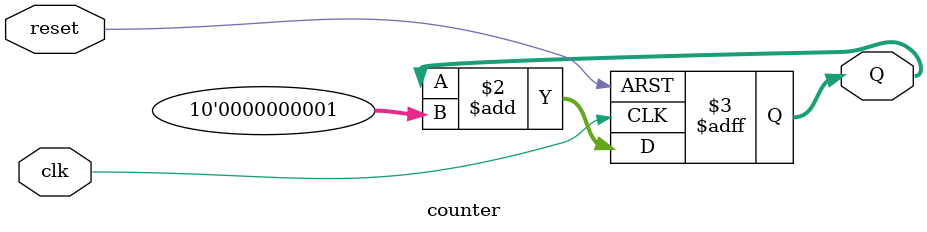
<source format=sv>
module counter (input clk, reset,
                output logic [9:0] Q);

always_ff @(posedge clk, posedge reset)
begin
    if (reset) Q <= 10'b0;
    else Q <= Q + 10'b1;
end

endmodule // counter

</source>
